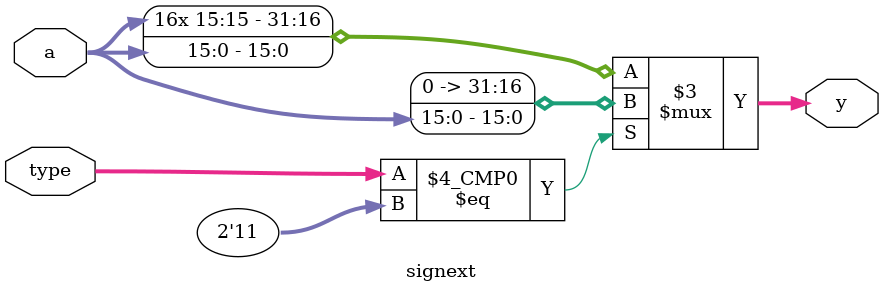
<source format=v>
`timescale 1ns / 1ps



module signext(
    input wire [15:0] a,
    input wire [1:0] type,
    output reg [31:0] y
    );
    
    always @(*) begin
        case(type)
            2'b11: y = { 16'b0,a };
            default: y = { {16{a[15]}},a };
        endcase
    end
    
endmodule

</source>
